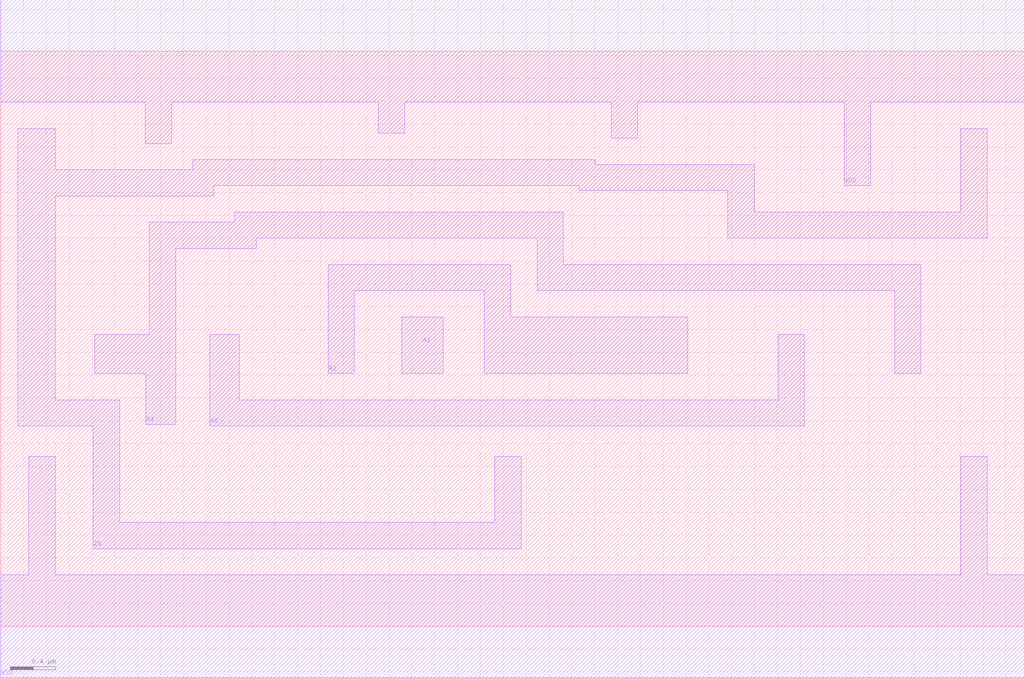
<source format=lef>
# Copyright 2022 GlobalFoundries PDK Authors
#
# Licensed under the Apache License, Version 2.0 (the "License");
# you may not use this file except in compliance with the License.
# You may obtain a copy of the License at
#
#      http://www.apache.org/licenses/LICENSE-2.0
#
# Unless required by applicable law or agreed to in writing, software
# distributed under the License is distributed on an "AS IS" BASIS,
# WITHOUT WARRANTIES OR CONDITIONS OF ANY KIND, either express or implied.
# See the License for the specific language governing permissions and
# limitations under the License.

MACRO gf180mcu_fd_sc_mcu9t5v0__nand4_2
  CLASS core ;
  FOREIGN gf180mcu_fd_sc_mcu9t5v0__nand4_2 0.0 0.0 ;
  ORIGIN 0 0 ;
  SYMMETRY X Y ;
  SITE GF018hv5v_green_sc9 ;
  SIZE 8.96 BY 5.04 ;
  PIN A1
    DIRECTION INPUT ;
    ANTENNAGATEAREA 2.864 ;
    PORT
      LAYER Metal1 ;
        POLYGON 3.51 2.215 3.875 2.215 3.875 2.71 3.51 2.71  ;
    END
  END A1
  PIN A2
    DIRECTION INPUT ;
    ANTENNAGATEAREA 2.864 ;
    PORT
      LAYER Metal1 ;
        POLYGON 2.865 2.215 3.095 2.215 3.095 2.94 4.235 2.94 4.235 2.215 6.015 2.215 6.015 2.71 4.465 2.71 4.465 3.17 2.865 3.17  ;
    END
  END A2
  PIN A3
    DIRECTION INPUT ;
    ANTENNAGATEAREA 2.864 ;
    PORT
      LAYER Metal1 ;
        POLYGON 1.83 1.755 7.035 1.755 7.035 2.555 6.805 2.555 6.805 1.985 2.09 1.985 2.09 2.555 1.83 2.555  ;
    END
  END A3
  PIN A4
    DIRECTION INPUT ;
    ANTENNAGATEAREA 2.864 ;
    PORT
      LAYER Metal1 ;
        POLYGON 0.825 2.215 1.27 2.215 1.27 1.77 1.53 1.77 1.53 3.31 2.235 3.31 2.235 3.4 4.695 3.4 4.695 2.94 7.825 2.94 7.825 2.215 8.055 2.215 8.055 3.17 4.925 3.17 4.925 3.63 2.05 3.63 2.05 3.54 1.3 3.54 1.3 2.555 0.825 2.555  ;
    END
  END A4
  PIN ZN
    DIRECTION OUTPUT ;
    ANTENNADIFFAREA 3.8096 ;
    PORT
      LAYER Metal1 ;
        POLYGON 0.475 3.77 1.865 3.77 1.865 3.86 5.065 3.86 5.065 3.815 6.365 3.815 6.365 3.4 8.635 3.4 8.635 4.36 8.405 4.36 8.405 3.63 6.595 3.63 6.595 4.045 5.205 4.045 5.205 4.09 1.68 4.09 1.68 4 0.475 4 0.475 4.36 0.15 4.36 0.15 1.755 0.81 1.755 0.81 0.68 4.555 0.68 4.555 1.49 4.325 1.49 4.325 0.91 1.04 0.91 1.04 1.985 0.475 1.985  ;
    END
  END ZN
  PIN VDD
    DIRECTION INOUT ;
    USE power ;
    SHAPE ABUTMENT ;
    PORT
      LAYER Metal1 ;
        POLYGON 0 4.59 1.265 4.59 1.265 4.23 1.495 4.23 1.495 4.59 3.305 4.59 3.305 4.32 3.535 4.32 3.535 4.59 5.345 4.59 5.345 4.275 5.575 4.275 5.575 4.59 7.385 4.59 7.385 3.86 7.615 3.86 7.615 4.59 8.96 4.59 8.96 5.49 0 5.49  ;
    END
  END VDD
  PIN VSS
    DIRECTION INOUT ;
    USE ground ;
    SHAPE ABUTMENT ;
    PORT
      LAYER Metal1 ;
        POLYGON 0 -0.45 8.96 -0.45 8.96 0.45 8.635 0.45 8.635 1.49 8.405 1.49 8.405 0.45 0.475 0.45 0.475 1.49 0.245 1.49 0.245 0.45 0 0.45  ;
    END
  END VSS
END gf180mcu_fd_sc_mcu9t5v0__nand4_2

</source>
